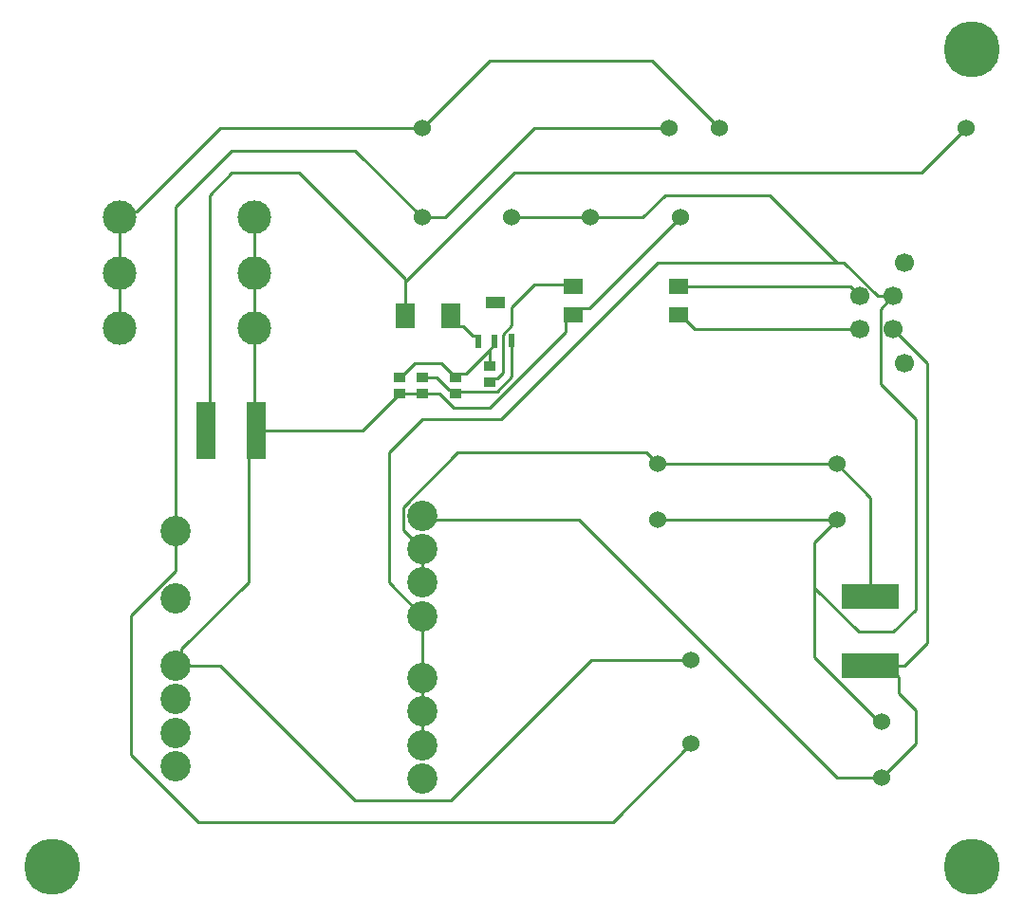
<source format=gtl>
G04*
G04 #@! TF.GenerationSoftware,Altium Limited,Altium Designer,20.0.10 (225)*
G04*
G04 Layer_Physical_Order=1*
G04 Layer_Color=255*
%FSLAX24Y24*%
%MOIN*%
G70*
G01*
G75*
%ADD11C,0.0100*%
%ADD13R,0.2047X0.0906*%
%ADD14R,0.0669X0.0571*%
%ADD15R,0.0669X0.2008*%
%ADD16R,0.0700X0.0850*%
%ADD17R,0.0217X0.0472*%
%ADD18R,0.0236X0.0472*%
%ADD19R,0.0689X0.0433*%
%ADD20R,0.0394X0.0374*%
%ADD34C,0.0669*%
%ADD35C,0.0600*%
%ADD36C,0.1969*%
%ADD37C,0.1181*%
%ADD38C,0.1063*%
D11*
X48500Y38976D02*
X62795D01*
X44669Y35146D02*
X48500Y38976D01*
X44669Y33958D02*
Y35146D01*
Y35252D01*
X40945Y38976D02*
X44669Y35252D01*
X39164Y24597D02*
Y29637D01*
X36614Y21654D02*
X36798Y21838D01*
Y22232D02*
X39164Y24597D01*
X36798Y21838D02*
Y22232D01*
X62795Y38976D02*
X64370Y40551D01*
X45276Y37402D02*
X46063D01*
X49213Y40551D02*
X53937D01*
X46063Y37402D02*
X49213Y40551D01*
X38583Y38976D02*
X40945D01*
X37795Y38189D02*
X38583Y38976D01*
X37795Y30039D02*
Y38189D01*
X37677Y29921D02*
X37795Y30039D01*
X36614Y26378D02*
Y37795D01*
X38583Y39764D02*
X42913D01*
X36614Y37795D02*
X38583Y39764D01*
X42913D02*
X45276Y37402D01*
X40630Y29921D02*
X43179D01*
X38189Y40551D02*
X45276D01*
X34646Y37402D02*
X34853Y37608D01*
X35246D01*
X38189Y40551D01*
X34646Y35433D02*
Y37402D01*
Y33504D02*
Y35433D01*
X53346Y42913D02*
X55709Y40551D01*
X45276D02*
X47638Y42913D01*
X53346D01*
X53808Y38189D02*
X57480D01*
X53020Y37402D02*
X53808Y38189D01*
X57480D02*
X59843Y35827D01*
X45433Y26772D02*
X50787D01*
X59843Y17717D02*
X61417D01*
X50787Y26772D02*
X59843Y17717D01*
X53543Y35827D02*
X59843D01*
X48032Y30315D02*
X53543Y35827D01*
X59843D02*
X60085D01*
X61266Y34646D02*
X61811D01*
X37402Y16142D02*
X51968D01*
X35039Y23405D02*
X36614Y24980D01*
X35039Y18504D02*
X37402Y16142D01*
X35039Y18504D02*
Y23405D01*
X51181Y37402D02*
X53020D01*
X60085Y35827D02*
X61266Y34646D01*
X36614Y21654D02*
X38189D01*
X42913Y16929D01*
X46291D01*
X51212Y21850D01*
X54724D01*
X61304Y19685D02*
X61417D01*
X59055Y21934D02*
X61304Y19685D01*
X59055Y21934D02*
Y24374D01*
X51138Y34209D02*
X54331Y37402D01*
X50818Y34209D02*
X51138D01*
X50582Y33974D02*
X50818Y34209D01*
X46850Y30315D02*
X48032D01*
X48425Y37402D02*
X51181D01*
X45935Y32283D02*
X46447Y31772D01*
X44635Y31919D02*
X45000Y32283D01*
X45935D01*
X50533Y33974D02*
X50582D01*
X50298Y33738D02*
X50533Y33974D01*
X50298Y33368D02*
Y33738D01*
X49213Y32283D02*
X50298Y33368D01*
X49213Y32283D02*
Y32283D01*
X46575Y31102D02*
Y31248D01*
X46604Y31277D01*
X47897D01*
X48425Y31806D01*
Y33071D01*
X47638Y30709D02*
X49213Y32283D01*
X46373Y30709D02*
X47638D01*
X45276Y31220D02*
X45861D01*
X46373Y30709D01*
X46320Y31357D02*
X46575Y31102D01*
X39449Y29921D02*
X40630D01*
X43179D02*
X44478Y31220D01*
X44488D01*
X45276D01*
Y30315D02*
X46850D01*
X46850Y30315D01*
X39370Y30000D02*
Y33504D01*
Y30000D02*
X39449Y29921D01*
X39370Y33504D02*
Y35433D01*
Y37402D01*
X39164Y29637D02*
X39449Y29921D01*
X36614Y24980D02*
Y26378D01*
X59055Y24374D02*
X60595Y22835D01*
X59055Y25984D02*
X59843Y26772D01*
X59055Y24374D02*
Y25984D01*
X51968Y16142D02*
X54724Y18898D01*
X44094Y29134D02*
X45276Y30315D01*
X44094Y24567D02*
Y29134D01*
X44594Y26430D02*
X45276Y25748D01*
X44594Y26430D02*
Y27211D01*
X46517Y29134D02*
X53150D01*
X44094Y24567D02*
X45276Y23386D01*
X44594Y27211D02*
X46517Y29134D01*
X45276Y26929D02*
X45433Y26772D01*
X53543Y28740D02*
X59843D01*
X53150Y29134D02*
X53543Y28740D01*
X45276Y24567D02*
Y25748D01*
Y21220D02*
Y23386D01*
Y18858D02*
Y20039D01*
Y21220D01*
X47638Y32165D02*
Y32745D01*
X46594Y31909D02*
X46798D01*
X47636Y32747D01*
X50517Y35039D02*
X50582Y34974D01*
X48425Y34252D02*
X49213Y35039D01*
X48425Y33627D02*
Y34252D01*
X49213Y35039D02*
X50517D01*
X62598Y23622D02*
Y30315D01*
X61811Y22835D02*
X62598Y23622D01*
X60595Y22835D02*
X61811D01*
X61361Y31552D02*
X62598Y30315D01*
X53543Y26772D02*
X59843D01*
X61361Y31552D02*
Y34196D01*
X61811Y34646D01*
X62992Y22441D02*
Y32283D01*
X61594Y21654D02*
X62205D01*
X62992Y22441D01*
X61024Y21654D02*
X61594D01*
X61811Y33465D02*
X62992Y32283D01*
X61417Y17717D02*
X62598Y18898D01*
Y20079D01*
X61594Y21654D02*
X61997Y21251D01*
Y20680D02*
X62598Y20079D01*
X61997Y20680D02*
Y21251D01*
X61024Y24094D02*
Y27559D01*
X59843Y28740D02*
X61024Y27559D01*
X54283Y33974D02*
X54332D01*
X54841Y33465D01*
X60630D01*
X54283Y34974D02*
X60302D01*
X60630Y34646D01*
X48093Y33296D02*
X48425Y33627D01*
X47177Y33239D02*
X47235Y33181D01*
Y33061D02*
Y33181D01*
X47057Y33239D02*
X47177D01*
X46713Y33583D02*
X47057Y33239D01*
X46569Y33583D02*
X46713D01*
X45384Y31772D02*
X45778D01*
X46192Y31357D01*
X46320D01*
X46447Y31772D02*
X46457D01*
X47636Y32747D02*
X47757Y32868D01*
X47775Y31751D02*
X47904D01*
X48093Y31941D02*
Y33296D01*
X47904Y31751D02*
X48093Y31941D01*
X47638Y31614D02*
X47775Y31751D01*
X46457Y31772D02*
X46594Y31909D01*
X44488Y31772D02*
X44498D01*
X44635Y31909D01*
Y31919D01*
X46269Y33883D02*
Y33958D01*
Y33883D02*
X46569Y33583D01*
D13*
X61024Y24094D02*
D03*
Y21654D02*
D03*
D14*
X54283Y33974D02*
D03*
Y34974D02*
D03*
X50582Y33974D02*
D03*
Y34974D02*
D03*
D15*
X37677Y29921D02*
D03*
X39449D02*
D03*
D16*
X46269Y33958D02*
D03*
X44669D02*
D03*
D17*
X47235Y33061D02*
D03*
X48425Y33071D02*
D03*
D18*
X47825Y33051D02*
D03*
D19*
X47835Y34431D02*
D03*
D20*
X46457Y31220D02*
D03*
Y31772D02*
D03*
X47638Y31614D02*
D03*
Y32165D02*
D03*
X45276Y31220D02*
D03*
Y31772D02*
D03*
X44488Y31220D02*
D03*
Y31772D02*
D03*
D34*
X62205Y32283D02*
D03*
Y35827D02*
D03*
X60630Y33465D02*
D03*
X61811D02*
D03*
X60630Y34646D02*
D03*
X61811D02*
D03*
D35*
X55709Y40551D02*
D03*
X64370D02*
D03*
X45276D02*
D03*
X53937D02*
D03*
X48425Y37402D02*
D03*
X45276D02*
D03*
X51181D02*
D03*
X54331D02*
D03*
X61417Y17717D02*
D03*
Y19685D02*
D03*
X54724Y18898D02*
D03*
Y21850D02*
D03*
X53543Y26772D02*
D03*
Y28740D02*
D03*
X59843Y26772D02*
D03*
Y28740D02*
D03*
D36*
X32283Y14567D02*
D03*
X64567D02*
D03*
Y43307D02*
D03*
D37*
X39370Y33504D02*
D03*
Y35433D02*
D03*
Y37402D02*
D03*
X34646Y33504D02*
D03*
Y35433D02*
D03*
Y37402D02*
D03*
D38*
X45276Y26929D02*
D03*
Y25748D02*
D03*
Y24567D02*
D03*
Y23386D02*
D03*
Y21220D02*
D03*
Y20039D02*
D03*
Y18858D02*
D03*
Y17677D02*
D03*
X36614Y26378D02*
D03*
Y24016D02*
D03*
Y21654D02*
D03*
Y20472D02*
D03*
Y19291D02*
D03*
Y18110D02*
D03*
M02*

</source>
